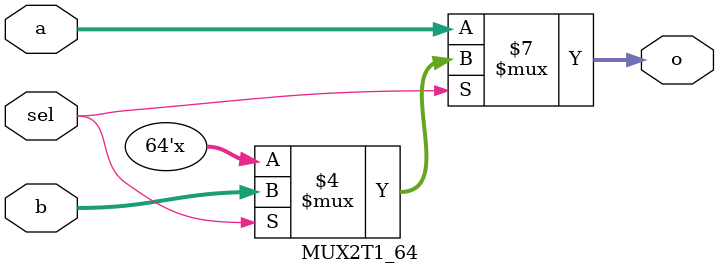
<source format=v>
`timescale 1ns / 1ps
module MUX2T1_64(
	     input [63:0]a,
	     input [63:0]b,
	     input sel,
	     output reg [63:0]o
    );
	 
	 always@*
	 if(sel == 0)begin
	 o <= a;end
	 else if(sel == 1)begin
	 o <= b;end
	 
endmodule

</source>
